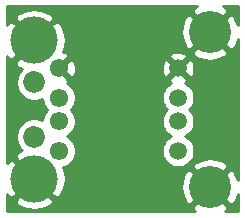
<source format=gbr>
%TF.GenerationSoftware,KiCad,Pcbnew,(5.1.6)-1*%
%TF.CreationDate,2021-09-24T15:49:20-04:00*%
%TF.ProjectId,USB-Data-Only,5553422d-4461-4746-912d-4f6e6c792e6b,rev?*%
%TF.SameCoordinates,Original*%
%TF.FileFunction,Copper,L2,Bot*%
%TF.FilePolarity,Positive*%
%FSLAX46Y46*%
G04 Gerber Fmt 4.6, Leading zero omitted, Abs format (unit mm)*
G04 Created by KiCad (PCBNEW (5.1.6)-1) date 2021-09-24 15:49:20*
%MOMM*%
%LPD*%
G01*
G04 APERTURE LIST*
%TA.AperFunction,ComponentPad*%
%ADD10C,1.550000*%
%TD*%
%TA.AperFunction,ComponentPad*%
%ADD11C,1.850000*%
%TD*%
%TA.AperFunction,ComponentPad*%
%ADD12C,4.000000*%
%TD*%
%TA.AperFunction,ComponentPad*%
%ADD13C,1.500000*%
%TD*%
%TA.AperFunction,ComponentPad*%
%ADD14C,3.570000*%
%TD*%
%TA.AperFunction,Conductor*%
%ADD15C,0.254000*%
%TD*%
G04 APERTURE END LIST*
D10*
%TO.P,J1,1*%
%TO.N,Net-(J1-Pad1)*%
X148424000Y-76779000D03*
%TO.P,J1,2*%
%TO.N,D-*%
X148424000Y-74279000D03*
%TO.P,J1,3*%
%TO.N,D+*%
X148424000Y-72279000D03*
%TO.P,J1,4*%
%TO.N,GND*%
X148424000Y-69779000D03*
D11*
%TO.P,J1,5*%
%TO.N,N/C*%
X146324000Y-70979000D03*
%TO.P,J1,6*%
X146324000Y-75579000D03*
D12*
%TO.P,J1,7*%
%TO.N,GND*%
X146324000Y-79129000D03*
%TO.P,J1,8*%
X146324000Y-67429000D03*
%TD*%
D13*
%TO.P,J2,1*%
%TO.N,Net-(J2-Pad1)*%
X158495001Y-76768001D03*
%TO.P,J2,2*%
%TO.N,D-*%
X158495001Y-74268001D03*
%TO.P,J2,3*%
%TO.N,D+*%
X158495001Y-72268001D03*
%TO.P,J2,4*%
%TO.N,GND*%
X158495001Y-69768001D03*
D14*
%TO.P,J2,MH1*%
X161205001Y-79838001D03*
%TO.P,J2,MH2*%
X161205001Y-66698001D03*
%TD*%
D15*
%TO.N,GND*%
G36*
X159880374Y-64658744D02*
G01*
X159690090Y-65003485D01*
X161205001Y-66518396D01*
X162719912Y-65003485D01*
X162529628Y-64658744D01*
X162302295Y-64541000D01*
X163551001Y-64541000D01*
X163551001Y-66089953D01*
X163439338Y-65738345D01*
X163244258Y-65373374D01*
X162899517Y-65183090D01*
X161384606Y-66698001D01*
X162899517Y-68212912D01*
X163244258Y-68022628D01*
X163463496Y-67599336D01*
X163551001Y-67296787D01*
X163551000Y-79229951D01*
X163439338Y-78878345D01*
X163244258Y-78513374D01*
X162899517Y-78323090D01*
X161384606Y-79838001D01*
X162899517Y-81352912D01*
X163244258Y-81162628D01*
X163463496Y-80739336D01*
X163551000Y-80436790D01*
X163551000Y-81890000D01*
X162505789Y-81890000D01*
X162529628Y-81877258D01*
X162719912Y-81532517D01*
X161205001Y-80017606D01*
X159690090Y-81532517D01*
X159880374Y-81877258D01*
X159904976Y-81890000D01*
X144043000Y-81890000D01*
X144043000Y-80976499D01*
X144656106Y-80976499D01*
X144872228Y-81343258D01*
X145332105Y-81583938D01*
X145830098Y-81730275D01*
X146347071Y-81776648D01*
X146863159Y-81721273D01*
X147358526Y-81566279D01*
X147775772Y-81343258D01*
X147991894Y-80976499D01*
X146324000Y-79308605D01*
X144656106Y-80976499D01*
X144043000Y-80976499D01*
X144043000Y-80455906D01*
X144109742Y-80580772D01*
X144476501Y-80796894D01*
X146144395Y-79129000D01*
X144476501Y-77461106D01*
X144109742Y-77677228D01*
X144043000Y-77804755D01*
X144043000Y-69276499D01*
X144656106Y-69276499D01*
X144872228Y-69643258D01*
X145253846Y-69842981D01*
X145112269Y-69984558D01*
X144941546Y-70240063D01*
X144823950Y-70523965D01*
X144764000Y-70825353D01*
X144764000Y-71132647D01*
X144823950Y-71434035D01*
X144941546Y-71717937D01*
X145112269Y-71973442D01*
X145329558Y-72190731D01*
X145585063Y-72361454D01*
X145868965Y-72479050D01*
X146170353Y-72539000D01*
X146477647Y-72539000D01*
X146779035Y-72479050D01*
X147014000Y-72381724D01*
X147014000Y-72417873D01*
X147068186Y-72690282D01*
X147174475Y-72946885D01*
X147328782Y-73177822D01*
X147429960Y-73279000D01*
X147328782Y-73380178D01*
X147174475Y-73611115D01*
X147068186Y-73867718D01*
X147014000Y-74140127D01*
X147014000Y-74176276D01*
X146779035Y-74078950D01*
X146477647Y-74019000D01*
X146170353Y-74019000D01*
X145868965Y-74078950D01*
X145585063Y-74196546D01*
X145329558Y-74367269D01*
X145112269Y-74584558D01*
X144941546Y-74840063D01*
X144823950Y-75123965D01*
X144764000Y-75425353D01*
X144764000Y-75732647D01*
X144823950Y-76034035D01*
X144941546Y-76317937D01*
X145112269Y-76573442D01*
X145251073Y-76712246D01*
X144872228Y-76914742D01*
X144656106Y-77281501D01*
X146324000Y-78949395D01*
X146338143Y-78935253D01*
X146517748Y-79114858D01*
X146503605Y-79129000D01*
X148171499Y-80796894D01*
X148538258Y-80580772D01*
X148778938Y-80120895D01*
X148852792Y-79869565D01*
X158773498Y-79869565D01*
X158826377Y-80343321D01*
X158970664Y-80797657D01*
X159165744Y-81162628D01*
X159510485Y-81352912D01*
X161025396Y-79838001D01*
X159510485Y-78323090D01*
X159165744Y-78513374D01*
X158946506Y-78936666D01*
X158814061Y-79394596D01*
X158773498Y-79869565D01*
X148852792Y-79869565D01*
X148925275Y-79622902D01*
X148971648Y-79105929D01*
X148916273Y-78589841D01*
X148777497Y-78146308D01*
X148835282Y-78134814D01*
X149091885Y-78028525D01*
X149322822Y-77874218D01*
X149519218Y-77677822D01*
X149673525Y-77446885D01*
X149779814Y-77190282D01*
X149834000Y-76917873D01*
X149834000Y-76640127D01*
X149779814Y-76367718D01*
X149673525Y-76111115D01*
X149519218Y-75880178D01*
X149322822Y-75683782D01*
X149091885Y-75529475D01*
X149090738Y-75529000D01*
X149091885Y-75528525D01*
X149322822Y-75374218D01*
X149519218Y-75177822D01*
X149673525Y-74946885D01*
X149779814Y-74690282D01*
X149834000Y-74417873D01*
X149834000Y-74140127D01*
X149779814Y-73867718D01*
X149673525Y-73611115D01*
X149519218Y-73380178D01*
X149418040Y-73279000D01*
X149519218Y-73177822D01*
X149673525Y-72946885D01*
X149779814Y-72690282D01*
X149834000Y-72417873D01*
X149834000Y-72140127D01*
X149832302Y-72131590D01*
X157110001Y-72131590D01*
X157110001Y-72404412D01*
X157163226Y-72671990D01*
X157267630Y-72924044D01*
X157419202Y-73150887D01*
X157536316Y-73268001D01*
X157419202Y-73385115D01*
X157267630Y-73611958D01*
X157163226Y-73864012D01*
X157110001Y-74131590D01*
X157110001Y-74404412D01*
X157163226Y-74671990D01*
X157267630Y-74924044D01*
X157419202Y-75150887D01*
X157612115Y-75343800D01*
X157838958Y-75495372D01*
X157893589Y-75518001D01*
X157838958Y-75540630D01*
X157612115Y-75692202D01*
X157419202Y-75885115D01*
X157267630Y-76111958D01*
X157163226Y-76364012D01*
X157110001Y-76631590D01*
X157110001Y-76904412D01*
X157163226Y-77171990D01*
X157267630Y-77424044D01*
X157419202Y-77650887D01*
X157612115Y-77843800D01*
X157838958Y-77995372D01*
X158091012Y-78099776D01*
X158358590Y-78153001D01*
X158631412Y-78153001D01*
X158679251Y-78143485D01*
X159690090Y-78143485D01*
X161205001Y-79658396D01*
X162719912Y-78143485D01*
X162529628Y-77798744D01*
X162106336Y-77579506D01*
X161648406Y-77447061D01*
X161173437Y-77406498D01*
X160699681Y-77459377D01*
X160245345Y-77603664D01*
X159880374Y-77798744D01*
X159690090Y-78143485D01*
X158679251Y-78143485D01*
X158898990Y-78099776D01*
X159151044Y-77995372D01*
X159377887Y-77843800D01*
X159570800Y-77650887D01*
X159722372Y-77424044D01*
X159826776Y-77171990D01*
X159880001Y-76904412D01*
X159880001Y-76631590D01*
X159826776Y-76364012D01*
X159722372Y-76111958D01*
X159570800Y-75885115D01*
X159377887Y-75692202D01*
X159151044Y-75540630D01*
X159096413Y-75518001D01*
X159151044Y-75495372D01*
X159377887Y-75343800D01*
X159570800Y-75150887D01*
X159722372Y-74924044D01*
X159826776Y-74671990D01*
X159880001Y-74404412D01*
X159880001Y-74131590D01*
X159826776Y-73864012D01*
X159722372Y-73611958D01*
X159570800Y-73385115D01*
X159453686Y-73268001D01*
X159570800Y-73150887D01*
X159722372Y-72924044D01*
X159826776Y-72671990D01*
X159880001Y-72404412D01*
X159880001Y-72131590D01*
X159826776Y-71864012D01*
X159722372Y-71611958D01*
X159570800Y-71385115D01*
X159377887Y-71192202D01*
X159151044Y-71040630D01*
X159101575Y-71020140D01*
X159206864Y-70963861D01*
X159272389Y-70724994D01*
X158495001Y-69947606D01*
X157717613Y-70724994D01*
X157783138Y-70963861D01*
X157896202Y-71016919D01*
X157838958Y-71040630D01*
X157612115Y-71192202D01*
X157419202Y-71385115D01*
X157267630Y-71611958D01*
X157163226Y-71864012D01*
X157110001Y-72131590D01*
X149832302Y-72131590D01*
X149779814Y-71867718D01*
X149673525Y-71611115D01*
X149519218Y-71380178D01*
X149322822Y-71183782D01*
X149091885Y-71029475D01*
X149088960Y-71028263D01*
X149150690Y-70995268D01*
X149219244Y-70753849D01*
X148424000Y-69958605D01*
X148409858Y-69972748D01*
X148230253Y-69793143D01*
X148244395Y-69779000D01*
X148603605Y-69779000D01*
X149398849Y-70574244D01*
X149640268Y-70505690D01*
X149758668Y-70254444D01*
X149825778Y-69984929D01*
X149832671Y-69840493D01*
X157105189Y-69840493D01*
X157146036Y-70110239D01*
X157238724Y-70366833D01*
X157299141Y-70479864D01*
X157538008Y-70545389D01*
X158315396Y-69768001D01*
X158674606Y-69768001D01*
X159451994Y-70545389D01*
X159690861Y-70479864D01*
X159806761Y-70232885D01*
X159872251Y-69968041D01*
X159884813Y-69695509D01*
X159843966Y-69425763D01*
X159751278Y-69169169D01*
X159690861Y-69056138D01*
X159451994Y-68990613D01*
X158674606Y-69768001D01*
X158315396Y-69768001D01*
X157538008Y-68990613D01*
X157299141Y-69056138D01*
X157183241Y-69303117D01*
X157117751Y-69567961D01*
X157105189Y-69840493D01*
X149832671Y-69840493D01*
X149839018Y-69707498D01*
X149797879Y-69432816D01*
X149703943Y-69171438D01*
X149640268Y-69052310D01*
X149398849Y-68983756D01*
X148603605Y-69779000D01*
X148244395Y-69779000D01*
X148230253Y-69764858D01*
X148409858Y-69585253D01*
X148424000Y-69599395D01*
X149212387Y-68811008D01*
X157717613Y-68811008D01*
X158495001Y-69588396D01*
X159272389Y-68811008D01*
X159206864Y-68572141D01*
X158959885Y-68456241D01*
X158702183Y-68392517D01*
X159690090Y-68392517D01*
X159880374Y-68737258D01*
X160303666Y-68956496D01*
X160761596Y-69088941D01*
X161236565Y-69129504D01*
X161710321Y-69076625D01*
X162164657Y-68932338D01*
X162529628Y-68737258D01*
X162719912Y-68392517D01*
X161205001Y-66877606D01*
X159690090Y-68392517D01*
X158702183Y-68392517D01*
X158695041Y-68390751D01*
X158422509Y-68378189D01*
X158152763Y-68419036D01*
X157896169Y-68511724D01*
X157783138Y-68572141D01*
X157717613Y-68811008D01*
X149212387Y-68811008D01*
X149219244Y-68804151D01*
X149150690Y-68562732D01*
X148899444Y-68444332D01*
X148780737Y-68414774D01*
X148925275Y-67922902D01*
X148971648Y-67405929D01*
X148916273Y-66889841D01*
X148866125Y-66729565D01*
X158773498Y-66729565D01*
X158826377Y-67203321D01*
X158970664Y-67657657D01*
X159165744Y-68022628D01*
X159510485Y-68212912D01*
X161025396Y-66698001D01*
X159510485Y-65183090D01*
X159165744Y-65373374D01*
X158946506Y-65796666D01*
X158814061Y-66254596D01*
X158773498Y-66729565D01*
X148866125Y-66729565D01*
X148761279Y-66394474D01*
X148538258Y-65977228D01*
X148171499Y-65761106D01*
X146503605Y-67429000D01*
X146517748Y-67443143D01*
X146338143Y-67622748D01*
X146324000Y-67608605D01*
X144656106Y-69276499D01*
X144043000Y-69276499D01*
X144043000Y-68755906D01*
X144109742Y-68880772D01*
X144476501Y-69096894D01*
X146144395Y-67429000D01*
X144476501Y-65761106D01*
X144109742Y-65977228D01*
X144043000Y-66104755D01*
X144043000Y-65581501D01*
X144656106Y-65581501D01*
X146324000Y-67249395D01*
X147991894Y-65581501D01*
X147775772Y-65214742D01*
X147315895Y-64974062D01*
X146817902Y-64827725D01*
X146300929Y-64781352D01*
X145784841Y-64836727D01*
X145289474Y-64991721D01*
X144872228Y-65214742D01*
X144656106Y-65581501D01*
X144043000Y-65581501D01*
X144043000Y-64541000D01*
X160100659Y-64541000D01*
X159880374Y-64658744D01*
G37*
X159880374Y-64658744D02*
X159690090Y-65003485D01*
X161205001Y-66518396D01*
X162719912Y-65003485D01*
X162529628Y-64658744D01*
X162302295Y-64541000D01*
X163551001Y-64541000D01*
X163551001Y-66089953D01*
X163439338Y-65738345D01*
X163244258Y-65373374D01*
X162899517Y-65183090D01*
X161384606Y-66698001D01*
X162899517Y-68212912D01*
X163244258Y-68022628D01*
X163463496Y-67599336D01*
X163551001Y-67296787D01*
X163551000Y-79229951D01*
X163439338Y-78878345D01*
X163244258Y-78513374D01*
X162899517Y-78323090D01*
X161384606Y-79838001D01*
X162899517Y-81352912D01*
X163244258Y-81162628D01*
X163463496Y-80739336D01*
X163551000Y-80436790D01*
X163551000Y-81890000D01*
X162505789Y-81890000D01*
X162529628Y-81877258D01*
X162719912Y-81532517D01*
X161205001Y-80017606D01*
X159690090Y-81532517D01*
X159880374Y-81877258D01*
X159904976Y-81890000D01*
X144043000Y-81890000D01*
X144043000Y-80976499D01*
X144656106Y-80976499D01*
X144872228Y-81343258D01*
X145332105Y-81583938D01*
X145830098Y-81730275D01*
X146347071Y-81776648D01*
X146863159Y-81721273D01*
X147358526Y-81566279D01*
X147775772Y-81343258D01*
X147991894Y-80976499D01*
X146324000Y-79308605D01*
X144656106Y-80976499D01*
X144043000Y-80976499D01*
X144043000Y-80455906D01*
X144109742Y-80580772D01*
X144476501Y-80796894D01*
X146144395Y-79129000D01*
X144476501Y-77461106D01*
X144109742Y-77677228D01*
X144043000Y-77804755D01*
X144043000Y-69276499D01*
X144656106Y-69276499D01*
X144872228Y-69643258D01*
X145253846Y-69842981D01*
X145112269Y-69984558D01*
X144941546Y-70240063D01*
X144823950Y-70523965D01*
X144764000Y-70825353D01*
X144764000Y-71132647D01*
X144823950Y-71434035D01*
X144941546Y-71717937D01*
X145112269Y-71973442D01*
X145329558Y-72190731D01*
X145585063Y-72361454D01*
X145868965Y-72479050D01*
X146170353Y-72539000D01*
X146477647Y-72539000D01*
X146779035Y-72479050D01*
X147014000Y-72381724D01*
X147014000Y-72417873D01*
X147068186Y-72690282D01*
X147174475Y-72946885D01*
X147328782Y-73177822D01*
X147429960Y-73279000D01*
X147328782Y-73380178D01*
X147174475Y-73611115D01*
X147068186Y-73867718D01*
X147014000Y-74140127D01*
X147014000Y-74176276D01*
X146779035Y-74078950D01*
X146477647Y-74019000D01*
X146170353Y-74019000D01*
X145868965Y-74078950D01*
X145585063Y-74196546D01*
X145329558Y-74367269D01*
X145112269Y-74584558D01*
X144941546Y-74840063D01*
X144823950Y-75123965D01*
X144764000Y-75425353D01*
X144764000Y-75732647D01*
X144823950Y-76034035D01*
X144941546Y-76317937D01*
X145112269Y-76573442D01*
X145251073Y-76712246D01*
X144872228Y-76914742D01*
X144656106Y-77281501D01*
X146324000Y-78949395D01*
X146338143Y-78935253D01*
X146517748Y-79114858D01*
X146503605Y-79129000D01*
X148171499Y-80796894D01*
X148538258Y-80580772D01*
X148778938Y-80120895D01*
X148852792Y-79869565D01*
X158773498Y-79869565D01*
X158826377Y-80343321D01*
X158970664Y-80797657D01*
X159165744Y-81162628D01*
X159510485Y-81352912D01*
X161025396Y-79838001D01*
X159510485Y-78323090D01*
X159165744Y-78513374D01*
X158946506Y-78936666D01*
X158814061Y-79394596D01*
X158773498Y-79869565D01*
X148852792Y-79869565D01*
X148925275Y-79622902D01*
X148971648Y-79105929D01*
X148916273Y-78589841D01*
X148777497Y-78146308D01*
X148835282Y-78134814D01*
X149091885Y-78028525D01*
X149322822Y-77874218D01*
X149519218Y-77677822D01*
X149673525Y-77446885D01*
X149779814Y-77190282D01*
X149834000Y-76917873D01*
X149834000Y-76640127D01*
X149779814Y-76367718D01*
X149673525Y-76111115D01*
X149519218Y-75880178D01*
X149322822Y-75683782D01*
X149091885Y-75529475D01*
X149090738Y-75529000D01*
X149091885Y-75528525D01*
X149322822Y-75374218D01*
X149519218Y-75177822D01*
X149673525Y-74946885D01*
X149779814Y-74690282D01*
X149834000Y-74417873D01*
X149834000Y-74140127D01*
X149779814Y-73867718D01*
X149673525Y-73611115D01*
X149519218Y-73380178D01*
X149418040Y-73279000D01*
X149519218Y-73177822D01*
X149673525Y-72946885D01*
X149779814Y-72690282D01*
X149834000Y-72417873D01*
X149834000Y-72140127D01*
X149832302Y-72131590D01*
X157110001Y-72131590D01*
X157110001Y-72404412D01*
X157163226Y-72671990D01*
X157267630Y-72924044D01*
X157419202Y-73150887D01*
X157536316Y-73268001D01*
X157419202Y-73385115D01*
X157267630Y-73611958D01*
X157163226Y-73864012D01*
X157110001Y-74131590D01*
X157110001Y-74404412D01*
X157163226Y-74671990D01*
X157267630Y-74924044D01*
X157419202Y-75150887D01*
X157612115Y-75343800D01*
X157838958Y-75495372D01*
X157893589Y-75518001D01*
X157838958Y-75540630D01*
X157612115Y-75692202D01*
X157419202Y-75885115D01*
X157267630Y-76111958D01*
X157163226Y-76364012D01*
X157110001Y-76631590D01*
X157110001Y-76904412D01*
X157163226Y-77171990D01*
X157267630Y-77424044D01*
X157419202Y-77650887D01*
X157612115Y-77843800D01*
X157838958Y-77995372D01*
X158091012Y-78099776D01*
X158358590Y-78153001D01*
X158631412Y-78153001D01*
X158679251Y-78143485D01*
X159690090Y-78143485D01*
X161205001Y-79658396D01*
X162719912Y-78143485D01*
X162529628Y-77798744D01*
X162106336Y-77579506D01*
X161648406Y-77447061D01*
X161173437Y-77406498D01*
X160699681Y-77459377D01*
X160245345Y-77603664D01*
X159880374Y-77798744D01*
X159690090Y-78143485D01*
X158679251Y-78143485D01*
X158898990Y-78099776D01*
X159151044Y-77995372D01*
X159377887Y-77843800D01*
X159570800Y-77650887D01*
X159722372Y-77424044D01*
X159826776Y-77171990D01*
X159880001Y-76904412D01*
X159880001Y-76631590D01*
X159826776Y-76364012D01*
X159722372Y-76111958D01*
X159570800Y-75885115D01*
X159377887Y-75692202D01*
X159151044Y-75540630D01*
X159096413Y-75518001D01*
X159151044Y-75495372D01*
X159377887Y-75343800D01*
X159570800Y-75150887D01*
X159722372Y-74924044D01*
X159826776Y-74671990D01*
X159880001Y-74404412D01*
X159880001Y-74131590D01*
X159826776Y-73864012D01*
X159722372Y-73611958D01*
X159570800Y-73385115D01*
X159453686Y-73268001D01*
X159570800Y-73150887D01*
X159722372Y-72924044D01*
X159826776Y-72671990D01*
X159880001Y-72404412D01*
X159880001Y-72131590D01*
X159826776Y-71864012D01*
X159722372Y-71611958D01*
X159570800Y-71385115D01*
X159377887Y-71192202D01*
X159151044Y-71040630D01*
X159101575Y-71020140D01*
X159206864Y-70963861D01*
X159272389Y-70724994D01*
X158495001Y-69947606D01*
X157717613Y-70724994D01*
X157783138Y-70963861D01*
X157896202Y-71016919D01*
X157838958Y-71040630D01*
X157612115Y-71192202D01*
X157419202Y-71385115D01*
X157267630Y-71611958D01*
X157163226Y-71864012D01*
X157110001Y-72131590D01*
X149832302Y-72131590D01*
X149779814Y-71867718D01*
X149673525Y-71611115D01*
X149519218Y-71380178D01*
X149322822Y-71183782D01*
X149091885Y-71029475D01*
X149088960Y-71028263D01*
X149150690Y-70995268D01*
X149219244Y-70753849D01*
X148424000Y-69958605D01*
X148409858Y-69972748D01*
X148230253Y-69793143D01*
X148244395Y-69779000D01*
X148603605Y-69779000D01*
X149398849Y-70574244D01*
X149640268Y-70505690D01*
X149758668Y-70254444D01*
X149825778Y-69984929D01*
X149832671Y-69840493D01*
X157105189Y-69840493D01*
X157146036Y-70110239D01*
X157238724Y-70366833D01*
X157299141Y-70479864D01*
X157538008Y-70545389D01*
X158315396Y-69768001D01*
X158674606Y-69768001D01*
X159451994Y-70545389D01*
X159690861Y-70479864D01*
X159806761Y-70232885D01*
X159872251Y-69968041D01*
X159884813Y-69695509D01*
X159843966Y-69425763D01*
X159751278Y-69169169D01*
X159690861Y-69056138D01*
X159451994Y-68990613D01*
X158674606Y-69768001D01*
X158315396Y-69768001D01*
X157538008Y-68990613D01*
X157299141Y-69056138D01*
X157183241Y-69303117D01*
X157117751Y-69567961D01*
X157105189Y-69840493D01*
X149832671Y-69840493D01*
X149839018Y-69707498D01*
X149797879Y-69432816D01*
X149703943Y-69171438D01*
X149640268Y-69052310D01*
X149398849Y-68983756D01*
X148603605Y-69779000D01*
X148244395Y-69779000D01*
X148230253Y-69764858D01*
X148409858Y-69585253D01*
X148424000Y-69599395D01*
X149212387Y-68811008D01*
X157717613Y-68811008D01*
X158495001Y-69588396D01*
X159272389Y-68811008D01*
X159206864Y-68572141D01*
X158959885Y-68456241D01*
X158702183Y-68392517D01*
X159690090Y-68392517D01*
X159880374Y-68737258D01*
X160303666Y-68956496D01*
X160761596Y-69088941D01*
X161236565Y-69129504D01*
X161710321Y-69076625D01*
X162164657Y-68932338D01*
X162529628Y-68737258D01*
X162719912Y-68392517D01*
X161205001Y-66877606D01*
X159690090Y-68392517D01*
X158702183Y-68392517D01*
X158695041Y-68390751D01*
X158422509Y-68378189D01*
X158152763Y-68419036D01*
X157896169Y-68511724D01*
X157783138Y-68572141D01*
X157717613Y-68811008D01*
X149212387Y-68811008D01*
X149219244Y-68804151D01*
X149150690Y-68562732D01*
X148899444Y-68444332D01*
X148780737Y-68414774D01*
X148925275Y-67922902D01*
X148971648Y-67405929D01*
X148916273Y-66889841D01*
X148866125Y-66729565D01*
X158773498Y-66729565D01*
X158826377Y-67203321D01*
X158970664Y-67657657D01*
X159165744Y-68022628D01*
X159510485Y-68212912D01*
X161025396Y-66698001D01*
X159510485Y-65183090D01*
X159165744Y-65373374D01*
X158946506Y-65796666D01*
X158814061Y-66254596D01*
X158773498Y-66729565D01*
X148866125Y-66729565D01*
X148761279Y-66394474D01*
X148538258Y-65977228D01*
X148171499Y-65761106D01*
X146503605Y-67429000D01*
X146517748Y-67443143D01*
X146338143Y-67622748D01*
X146324000Y-67608605D01*
X144656106Y-69276499D01*
X144043000Y-69276499D01*
X144043000Y-68755906D01*
X144109742Y-68880772D01*
X144476501Y-69096894D01*
X146144395Y-67429000D01*
X144476501Y-65761106D01*
X144109742Y-65977228D01*
X144043000Y-66104755D01*
X144043000Y-65581501D01*
X144656106Y-65581501D01*
X146324000Y-67249395D01*
X147991894Y-65581501D01*
X147775772Y-65214742D01*
X147315895Y-64974062D01*
X146817902Y-64827725D01*
X146300929Y-64781352D01*
X145784841Y-64836727D01*
X145289474Y-64991721D01*
X144872228Y-65214742D01*
X144656106Y-65581501D01*
X144043000Y-65581501D01*
X144043000Y-64541000D01*
X160100659Y-64541000D01*
X159880374Y-64658744D01*
%TD*%
M02*

</source>
